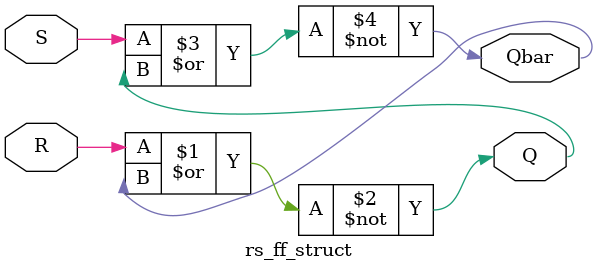
<source format=v>
module rs_ff_struct (
    input S,
    input R,
    output Q,
    output Qbar
);

    nor (Q, R, Qbar);
    nor (Qbar, S, Q);

endmodule

</source>
